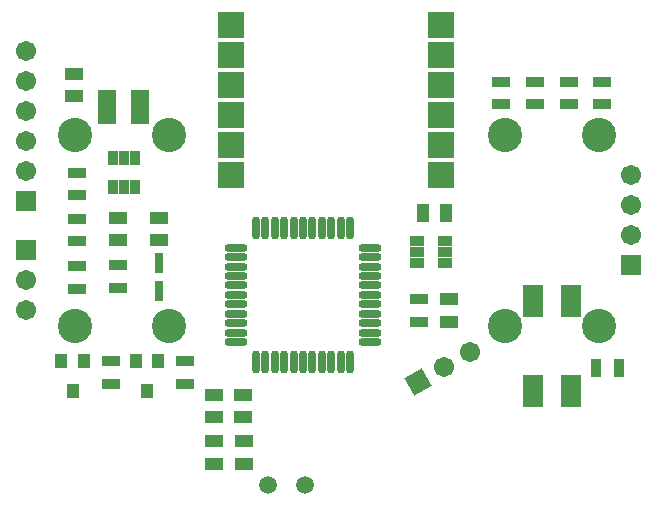
<source format=gbr>
%FSLAX43Y43*%
%MOMM*%
G71*
G01*
G75*
G04 Layer_Color=8388736*
%ADD10R,1.500X2.500*%
%ADD11R,0.762X1.372*%
%ADD12R,1.372X0.864*%
%ADD13R,1.372X0.762*%
%ADD14R,0.864X1.372*%
%ADD15R,1.100X0.650*%
%ADD16R,1.300X2.700*%
%ADD17R,0.650X1.100*%
%ADD18R,0.900X0.950*%
%ADD19R,0.900X0.950*%
%ADD20O,0.550X1.750*%
%ADD21O,1.750X0.550*%
%ADD22R,2.032X2.032*%
%ADD23R,0.550X1.450*%
%ADD24C,0.200*%
%ADD25C,0.254*%
%ADD26P,2.121X4X75.0*%
%ADD27C,1.500*%
%ADD28C,2.700*%
%ADD29R,1.500X1.500*%
%ADD30C,1.300*%
%ADD31C,0.800*%
%ADD32C,6.000*%
%ADD33C,3.000*%
G04:AMPARAMS|DCode=34|XSize=2mm|YSize=1mm|CornerRadius=0mm|HoleSize=0mm|Usage=FLASHONLY|Rotation=150.000|XOffset=0mm|YOffset=0mm|HoleType=Round|Shape=Rectangle|*
%AMROTATEDRECTD34*
4,1,4,1.116,-0.067,0.616,-0.933,-1.116,0.067,-0.616,0.933,1.116,-0.067,0.0*
%
%ADD34ROTATEDRECTD34*%

G04:AMPARAMS|DCode=35|XSize=2mm|YSize=1mm|CornerRadius=0mm|HoleSize=0mm|Usage=FLASHONLY|Rotation=30.000|XOffset=0mm|YOffset=0mm|HoleType=Round|Shape=Rectangle|*
%AMROTATEDRECTD35*
4,1,4,-0.616,-0.933,-1.116,-0.067,0.616,0.933,1.116,0.067,-0.616,-0.933,0.0*
%
%ADD35ROTATEDRECTD35*%

%ADD36C,2.000*%
%ADD37C,0.250*%
%ADD38C,0.600*%
%ADD39C,0.508*%
%ADD40C,0.152*%
%ADD41C,0.150*%
%ADD42C,0.300*%
%ADD43R,1.703X2.703*%
%ADD44R,0.965X1.575*%
%ADD45R,1.575X1.067*%
%ADD46R,1.575X0.965*%
%ADD47R,1.067X1.575*%
%ADD48R,1.303X0.853*%
%ADD49R,1.503X2.903*%
%ADD50R,0.853X1.303*%
%ADD51R,1.103X1.153*%
%ADD52R,1.103X1.153*%
%ADD53O,0.753X1.953*%
%ADD54O,1.953X0.753*%
%ADD55R,2.235X2.235*%
%ADD56R,0.753X1.653*%
%ADD57P,2.409X4X75.0*%
%ADD58C,1.703*%
%ADD59C,2.903*%
%ADD60R,1.703X1.703*%
%ADD61C,1.503*%
D43*
X19800Y-17625D02*
D03*
X16600D02*
D03*
Y-10025D02*
D03*
X19800D02*
D03*
D44*
X21948Y-15725D02*
D03*
X23853D02*
D03*
D45*
X-22250Y7323D02*
D03*
Y9227D02*
D03*
X-10400Y-23802D02*
D03*
Y-21897D02*
D03*
X-7925D02*
D03*
Y-23802D02*
D03*
X-7950Y-17972D02*
D03*
Y-19878D02*
D03*
X9475Y-9847D02*
D03*
Y-11752D02*
D03*
X-10400Y-19878D02*
D03*
Y-17972D02*
D03*
X-18600Y-2973D02*
D03*
Y-4878D02*
D03*
X-15075Y-4852D02*
D03*
Y-2947D02*
D03*
D46*
X-22050Y-8977D02*
D03*
Y-7073D02*
D03*
X-18575Y-6997D02*
D03*
Y-8903D02*
D03*
X-22025Y827D02*
D03*
Y-1077D02*
D03*
X-22050Y-3072D02*
D03*
Y-4977D02*
D03*
X-12850Y-17028D02*
D03*
Y-15123D02*
D03*
X16750Y6622D02*
D03*
Y8528D02*
D03*
X13900Y6622D02*
D03*
Y8528D02*
D03*
X-19150Y-17028D02*
D03*
Y-15123D02*
D03*
X19600Y6622D02*
D03*
Y8528D02*
D03*
X22450Y6622D02*
D03*
Y8528D02*
D03*
X6900Y-11752D02*
D03*
Y-9847D02*
D03*
D47*
X9203Y-2550D02*
D03*
X7298D02*
D03*
D48*
X6750Y-6800D02*
D03*
Y-5850D02*
D03*
Y-4900D02*
D03*
X9150D02*
D03*
Y-5850D02*
D03*
Y-6800D02*
D03*
D49*
X-19525Y6425D02*
D03*
X-16725D02*
D03*
D50*
X-17125Y-350D02*
D03*
X-18075D02*
D03*
X-19025D02*
D03*
Y2050D02*
D03*
X-18075D02*
D03*
X-17125D02*
D03*
D51*
X-16100Y-17625D02*
D03*
X-15150Y-15125D02*
D03*
X-22400Y-17600D02*
D03*
X-21450Y-15100D02*
D03*
D52*
X-17050Y-15125D02*
D03*
X-23350Y-15100D02*
D03*
D53*
X1100Y-3850D02*
D03*
X300D02*
D03*
X-500D02*
D03*
X-1300D02*
D03*
X-2100D02*
D03*
X-2900D02*
D03*
X-3700D02*
D03*
X-4500D02*
D03*
X-5300D02*
D03*
X-6100D02*
D03*
X-6900D02*
D03*
Y-15150D02*
D03*
X-6100D02*
D03*
X-5300D02*
D03*
X-4500D02*
D03*
X-3700D02*
D03*
X-2900D02*
D03*
X-2100D02*
D03*
X-1300D02*
D03*
X-500D02*
D03*
X300D02*
D03*
X1100D02*
D03*
D54*
X-8550Y-5500D02*
D03*
Y-6300D02*
D03*
Y-7100D02*
D03*
Y-7900D02*
D03*
Y-8700D02*
D03*
Y-9500D02*
D03*
Y-10300D02*
D03*
Y-11100D02*
D03*
Y-11900D02*
D03*
Y-12700D02*
D03*
Y-13500D02*
D03*
X2750D02*
D03*
Y-12700D02*
D03*
Y-11900D02*
D03*
Y-11100D02*
D03*
Y-10300D02*
D03*
Y-9500D02*
D03*
Y-8700D02*
D03*
Y-7900D02*
D03*
Y-7100D02*
D03*
Y-6300D02*
D03*
Y-5500D02*
D03*
D55*
X8780Y13324D02*
D03*
Y10784D02*
D03*
Y8244D02*
D03*
Y5704D02*
D03*
Y3164D02*
D03*
Y624D02*
D03*
X-9000Y13324D02*
D03*
Y10784D02*
D03*
Y8244D02*
D03*
Y5704D02*
D03*
Y3164D02*
D03*
Y624D02*
D03*
D56*
X-15050Y-6800D02*
D03*
Y-9150D02*
D03*
D57*
X6850Y-16900D02*
D03*
D58*
X9050Y-15630D02*
D03*
X11249Y-14360D02*
D03*
X24875Y645D02*
D03*
Y-1895D02*
D03*
Y-4435D02*
D03*
X-26375Y11175D02*
D03*
Y8635D02*
D03*
Y6095D02*
D03*
Y3555D02*
D03*
Y1015D02*
D03*
Y-10755D02*
D03*
Y-8215D02*
D03*
D59*
X22200Y4000D02*
D03*
X14200D02*
D03*
X-14200D02*
D03*
X-22200D02*
D03*
X22200Y-12100D02*
D03*
X14200D02*
D03*
X-14200D02*
D03*
X-22200D02*
D03*
D60*
X24875Y-6975D02*
D03*
X-26375Y-1525D02*
D03*
Y-5675D02*
D03*
D61*
X-5825Y-25600D02*
D03*
X-2725D02*
D03*
M02*

</source>
